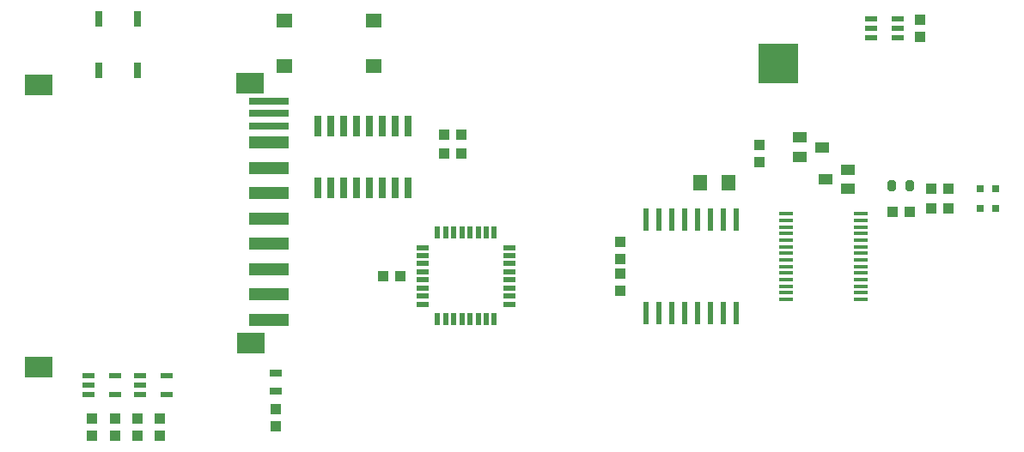
<source format=gtp>
G75*
G70*
%OFA0B0*%
%FSLAX24Y24*%
%IPPOS*%
%LPD*%
%AMOC8*
5,1,8,0,0,1.08239X$1,22.5*
%
%ADD10R,0.0433X0.0394*%
%ADD11R,0.0472X0.0315*%
%ADD12R,0.0394X0.0433*%
%ADD13R,0.0260X0.0800*%
%ADD14R,0.0472X0.0217*%
%ADD15R,0.1102X0.0787*%
%ADD16R,0.1575X0.0276*%
%ADD17R,0.1575X0.0472*%
%ADD18R,0.1560X0.1560*%
%ADD19R,0.0300X0.0600*%
%ADD20R,0.0236X0.0866*%
%ADD21R,0.0630X0.0551*%
%ADD22R,0.0220X0.0500*%
%ADD23R,0.0500X0.0220*%
%ADD24R,0.0550X0.0137*%
%ADD25R,0.0315X0.0315*%
%ADD26R,0.0551X0.0394*%
%ADD27C,0.0283*%
%ADD28R,0.0480X0.0245*%
%ADD29R,0.0551X0.0630*%
D10*
X010721Y001245D03*
X010721Y001915D03*
X024096Y006495D03*
X024096Y007165D03*
X024096Y007745D03*
X024096Y008415D03*
X017931Y011830D03*
X017261Y011830D03*
X017261Y012580D03*
X017931Y012580D03*
D11*
X010721Y003309D03*
X010721Y002601D03*
D12*
X003596Y000870D03*
X004471Y000870D03*
X005346Y000870D03*
X006221Y000870D03*
X006221Y001540D03*
X005346Y001540D03*
X004471Y001540D03*
X003596Y001540D03*
X014886Y007080D03*
X015556Y007080D03*
X029471Y011495D03*
X029471Y012165D03*
X034636Y009580D03*
X035306Y009580D03*
X036136Y009705D03*
X036806Y009705D03*
X036806Y010455D03*
X036136Y010455D03*
X035721Y016370D03*
X035721Y017040D03*
D13*
X015846Y012915D03*
X015346Y012915D03*
X014846Y012915D03*
X014346Y012915D03*
X013846Y012915D03*
X013346Y012915D03*
X012846Y012915D03*
X012346Y012915D03*
X012346Y010495D03*
X012846Y010495D03*
X013346Y010495D03*
X013846Y010495D03*
X014346Y010495D03*
X014846Y010495D03*
X015346Y010495D03*
X015846Y010495D03*
D14*
X006483Y003204D03*
X005459Y003204D03*
X005459Y002830D03*
X005459Y002456D03*
X006483Y002456D03*
X004483Y002456D03*
X003459Y002456D03*
X003459Y002830D03*
X003459Y003204D03*
X004483Y003204D03*
D15*
X001513Y003529D03*
X009742Y004474D03*
X009702Y014552D03*
X001513Y014513D03*
D16*
X010450Y013883D03*
X010450Y013411D03*
X010450Y012899D03*
D17*
X010450Y012269D03*
X010450Y011285D03*
X010450Y010300D03*
X010450Y009316D03*
X010450Y008332D03*
X010450Y007348D03*
X010450Y006363D03*
X010450Y005379D03*
D18*
X030221Y015330D03*
D19*
X005346Y015080D03*
X003846Y015080D03*
X003846Y017080D03*
X005346Y017080D03*
D20*
X025096Y009266D03*
X025596Y009266D03*
X026096Y009266D03*
X026596Y009266D03*
X027096Y009266D03*
X027596Y009266D03*
X028096Y009266D03*
X028596Y009266D03*
X028596Y005644D03*
X028096Y005644D03*
X027596Y005644D03*
X027096Y005644D03*
X026596Y005644D03*
X026096Y005644D03*
X025596Y005644D03*
X025096Y005644D03*
D21*
X014501Y015231D03*
X011036Y015231D03*
X011036Y017002D03*
X014501Y017002D03*
D22*
X016994Y008770D03*
X017309Y008770D03*
X017624Y008770D03*
X017939Y008770D03*
X018254Y008770D03*
X018569Y008770D03*
X018883Y008770D03*
X019198Y008770D03*
X019198Y005390D03*
X018883Y005390D03*
X018569Y005390D03*
X018254Y005390D03*
X017939Y005390D03*
X017624Y005390D03*
X017309Y005390D03*
X016994Y005390D03*
D23*
X016406Y005978D03*
X016406Y006293D03*
X016406Y006608D03*
X016406Y006923D03*
X016406Y007237D03*
X016406Y007552D03*
X016406Y007867D03*
X016406Y008182D03*
X019786Y008182D03*
X019786Y007867D03*
X019786Y007552D03*
X019786Y007237D03*
X019786Y006923D03*
X019786Y006608D03*
X019786Y006293D03*
X019786Y005978D03*
D24*
X030532Y006167D03*
X030532Y006423D03*
X030532Y006678D03*
X030532Y006934D03*
X030532Y007190D03*
X030532Y007446D03*
X030532Y007702D03*
X030532Y007958D03*
X030532Y008214D03*
X030532Y008470D03*
X030532Y008726D03*
X030532Y008982D03*
X030532Y009237D03*
X030532Y009493D03*
X033410Y009493D03*
X033410Y009237D03*
X033410Y008982D03*
X033410Y008726D03*
X033410Y008470D03*
X033410Y008214D03*
X033410Y007958D03*
X033410Y007702D03*
X033410Y007446D03*
X033410Y007190D03*
X033410Y006934D03*
X033410Y006678D03*
X033410Y006423D03*
X033410Y006167D03*
D25*
X038051Y009705D03*
X038641Y009705D03*
X038641Y010455D03*
X038051Y010455D03*
D26*
X032904Y010456D03*
X032038Y010830D03*
X032904Y011204D03*
X031038Y011706D03*
X031904Y012080D03*
X031038Y012454D03*
D27*
X034585Y010655D02*
X034585Y010505D01*
X034585Y010655D02*
X034657Y010655D01*
X034657Y010505D01*
X034585Y010505D01*
X035285Y010505D02*
X035285Y010655D01*
X035357Y010655D01*
X035357Y010505D01*
X035285Y010505D01*
D28*
X034862Y016331D03*
X034862Y016705D03*
X034862Y017079D03*
X033830Y017079D03*
X033830Y016705D03*
X033830Y016331D03*
D29*
X028272Y010705D03*
X027170Y010705D03*
M02*

</source>
